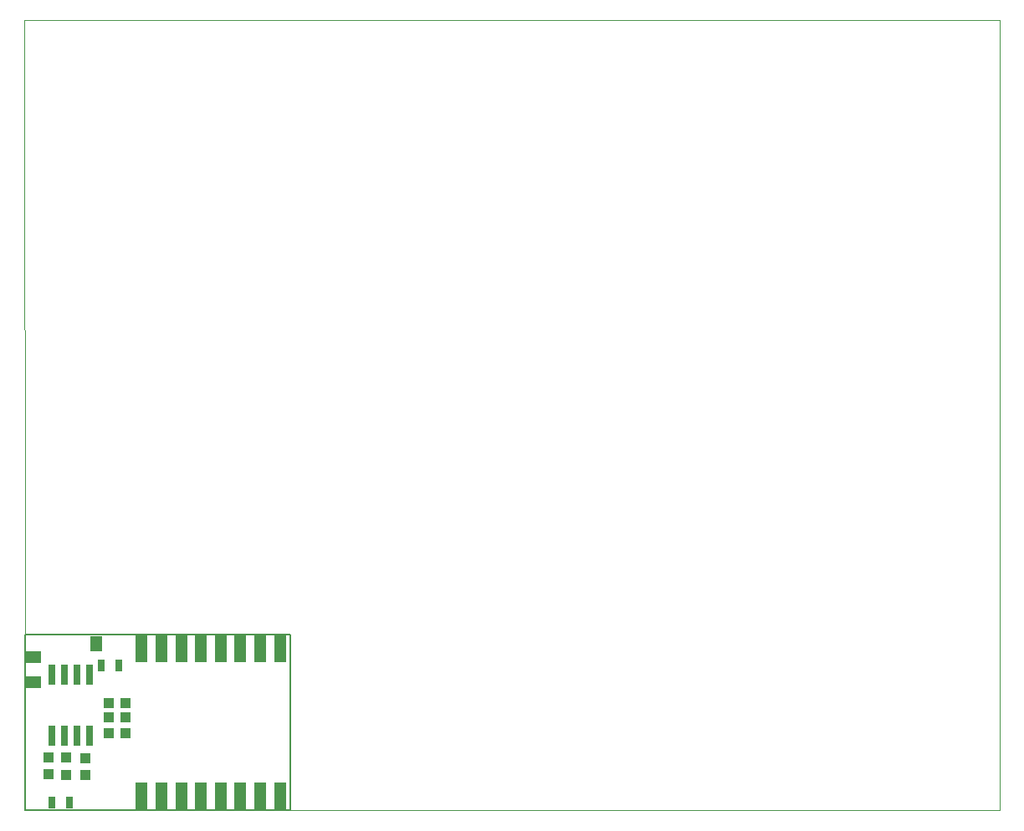
<source format=gbp>
G75*
%MOIN*%
%OFA0B0*%
%FSLAX25Y25*%
%IPPOS*%
%LPD*%
%AMOC8*
5,1,8,0,0,1.08239X$1,22.5*
%
%ADD10C,0.00000*%
%ADD11C,0.00700*%
%ADD12R,0.03150X0.04724*%
%ADD13R,0.06000X0.05000*%
%ADD14R,0.04331X0.03937*%
%ADD15R,0.05000X0.06000*%
%ADD16R,0.02600X0.08000*%
%ADD17R,0.03937X0.04331*%
%ADD18R,0.04724X0.11811*%
D10*
X0002934Y0075619D02*
X0002502Y0320712D01*
X0391203Y0320712D01*
X0391203Y0005751D01*
X0108515Y0005584D01*
D11*
X0002867Y0005651D02*
X0002934Y0075619D01*
X0108462Y0075672D01*
X0108515Y0005584D01*
X0002867Y0005651D01*
D12*
X0013354Y0008500D03*
X0020441Y0008500D03*
X0033141Y0063344D03*
X0040227Y0063344D03*
D13*
X0006084Y0066554D03*
X0006214Y0056661D03*
D14*
X0036070Y0048165D03*
X0036054Y0042695D03*
X0042747Y0042695D03*
X0042763Y0048165D03*
X0042661Y0036333D03*
X0035968Y0036333D03*
D15*
X0031026Y0072037D03*
D16*
X0028531Y0059583D03*
X0023531Y0059583D03*
X0018531Y0059583D03*
X0013531Y0059583D03*
X0013531Y0035383D03*
X0018531Y0035383D03*
X0023531Y0035383D03*
X0028531Y0035383D03*
D17*
X0026905Y0026406D03*
X0026905Y0019713D03*
X0019258Y0019785D03*
X0012275Y0019810D03*
X0012275Y0026503D03*
X0019258Y0026478D03*
D18*
X0049210Y0011104D03*
X0057084Y0011104D03*
X0064958Y0011104D03*
X0072832Y0011104D03*
X0080706Y0011104D03*
X0088580Y0011104D03*
X0096454Y0011104D03*
X0104328Y0011104D03*
X0104328Y0070160D03*
X0096454Y0070160D03*
X0088580Y0070160D03*
X0080706Y0070160D03*
X0072832Y0070160D03*
X0064958Y0070160D03*
X0057084Y0070160D03*
X0049210Y0070160D03*
M02*

</source>
